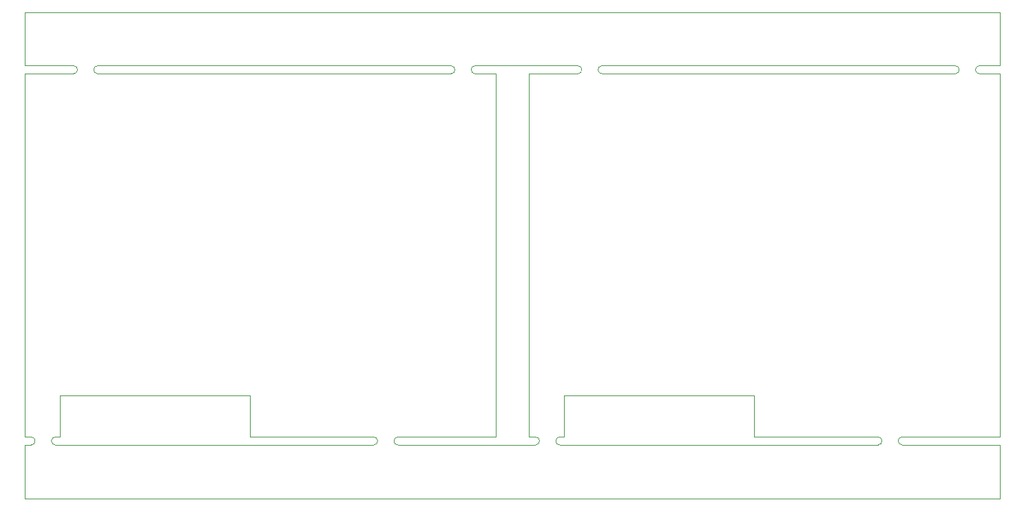
<source format=gbr>
%TF.GenerationSoftware,KiCad,Pcbnew,7.0.10*%
%TF.CreationDate,2024-01-03T22:03:13+01:00*%
%TF.ProjectId,SmartDisplay,536d6172-7444-4697-9370-6c61792e6b69,rev?*%
%TF.SameCoordinates,Original*%
%TF.FileFunction,Profile,NP*%
%FSLAX46Y46*%
G04 Gerber Fmt 4.6, Leading zero omitted, Abs format (unit mm)*
G04 Created by KiCad (PCBNEW 7.0.10) date 2024-01-03 22:03:13*
%MOMM*%
%LPD*%
G01*
G04 APERTURE LIST*
%TA.AperFunction,Profile*%
%ADD10C,0.050000*%
%TD*%
G04 APERTURE END LIST*
D10*
X71277612Y-82283491D02*
X86491612Y-82283491D01*
X47909612Y-77203491D02*
X71277612Y-77203491D01*
X101491612Y-82283491D02*
X101491612Y-37583491D01*
X47909612Y-77203491D02*
X47909612Y-82283491D01*
X43591612Y-82283491D02*
X43591612Y-37583491D01*
X71277612Y-77203491D02*
X71277612Y-82283491D01*
X109909612Y-77203491D02*
X109909612Y-82283491D01*
X101491612Y-29983491D02*
X105591612Y-29983491D01*
X95991612Y-37583509D02*
G75*
G03*
X95991612Y-36583491I-12J500009D01*
G01*
X101491612Y-36583491D02*
X105591612Y-36583491D01*
X47391612Y-82283491D02*
X47909612Y-82283491D01*
X114591612Y-37583491D02*
X157991612Y-37583491D01*
X89491612Y-83283491D02*
X101491612Y-83283491D01*
X105591612Y-82283491D02*
X105591612Y-37583491D01*
X111591612Y-36583491D02*
X105591612Y-36583491D01*
X133277612Y-77203491D02*
X133277612Y-82283491D01*
X163491612Y-82283491D02*
X163491612Y-37583491D01*
X109909612Y-77203491D02*
X133277612Y-77203491D01*
X111591612Y-37583509D02*
G75*
G03*
X111591612Y-36583491I-12J500009D01*
G01*
X157991612Y-36583491D02*
X114591612Y-36583491D01*
X49591612Y-36583491D02*
X43591612Y-36583491D01*
X105591612Y-37583491D02*
X111591612Y-37583491D01*
X160991612Y-36583491D02*
X163491612Y-36583491D01*
X160991612Y-37583491D02*
X163491612Y-37583491D01*
X105591612Y-82283491D02*
X106391612Y-82283491D01*
X101491612Y-89883491D02*
X105591612Y-89883491D01*
X98991612Y-36583509D02*
G75*
G03*
X98991612Y-37583491I-12J-499991D01*
G01*
X98991612Y-36583491D02*
X101491612Y-36583491D01*
X160991612Y-36583509D02*
G75*
G03*
X160991612Y-37583491I-12J-499991D01*
G01*
X109391612Y-82283491D02*
X109909612Y-82283491D01*
X52591612Y-37583491D02*
X95991612Y-37583491D01*
X101491612Y-89883491D02*
X43591612Y-89883491D01*
X43591612Y-83283491D02*
X43591612Y-89883491D01*
X114591612Y-36583509D02*
G75*
G03*
X114591612Y-37583491I-12J-499991D01*
G01*
X98991612Y-37583491D02*
X101491612Y-37583491D01*
X151491612Y-82283509D02*
G75*
G03*
X151491612Y-83283491I-12J-499991D01*
G01*
X43591612Y-37583491D02*
X49591612Y-37583491D01*
X89491612Y-82283509D02*
G75*
G03*
X89491612Y-83283491I-12J-499991D01*
G01*
X133277612Y-82283491D02*
X148491612Y-82283491D01*
X52591612Y-36583509D02*
G75*
G03*
X52591612Y-37583491I-12J-499991D01*
G01*
X43591612Y-29983491D02*
X101491612Y-29983491D01*
X163491612Y-36583491D02*
X163491612Y-29983491D01*
X151491612Y-82283491D02*
X163491612Y-82283491D01*
X105591612Y-29983491D02*
X163491612Y-29983491D01*
X106391612Y-83283509D02*
G75*
G03*
X106391612Y-82283491I-12J500009D01*
G01*
X43591612Y-82283491D02*
X44391612Y-82283491D01*
X47391612Y-83283491D02*
X86491612Y-83283491D01*
X148491612Y-83283509D02*
G75*
G03*
X148491612Y-82283491I-12J500009D01*
G01*
X163491612Y-89883491D02*
X105591612Y-89883491D01*
X105591612Y-83283491D02*
X101491612Y-83283491D01*
X151491612Y-83283491D02*
X163491612Y-83283491D01*
X163491612Y-83283491D02*
X163491612Y-89883491D01*
X44391612Y-83283509D02*
G75*
G03*
X44391612Y-82283491I-12J500009D01*
G01*
X86491612Y-83283509D02*
G75*
G03*
X86491612Y-82283491I-12J500009D01*
G01*
X47391612Y-82283509D02*
G75*
G03*
X47391612Y-83283491I-12J-499991D01*
G01*
X49591612Y-37583509D02*
G75*
G03*
X49591612Y-36583491I-12J500009D01*
G01*
X44391612Y-83283491D02*
X43591612Y-83283491D01*
X95991612Y-36583491D02*
X52591612Y-36583491D01*
X109391612Y-83283491D02*
X148491612Y-83283491D01*
X157991612Y-37583509D02*
G75*
G03*
X157991612Y-36583491I-12J500009D01*
G01*
X43591612Y-36583491D02*
X43591612Y-29983491D01*
X106391612Y-83283491D02*
X105591612Y-83283491D01*
X89491612Y-82283491D02*
X101491612Y-82283491D01*
X109391612Y-82283509D02*
G75*
G03*
X109391612Y-83283491I-12J-499991D01*
G01*
M02*

</source>
